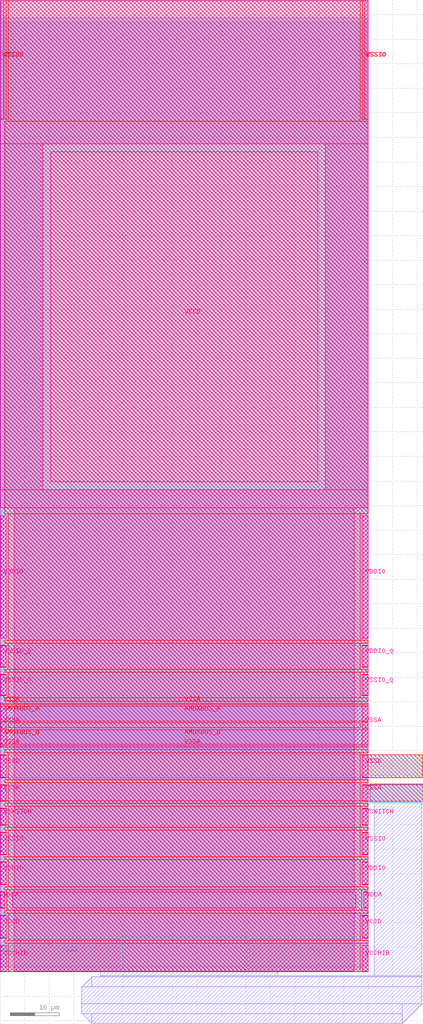
<source format=lef>
VERSION 5.7 ;
  NOWIREEXTENSIONATPIN ON ;
  DIVIDERCHAR "/" ;
  BUSBITCHARS "[]" ;
MACRO sky130_ef_io__vccd_lvc_clamped2_pad
  CLASS PAD POWER ;
  FOREIGN sky130_ef_io__vccd_lvc_clamped2_pad ;
  ORIGIN 0.000 0.000 ;
  SIZE 75.000 BY 197.965 ;
  PIN AMUXBUS_A
    DIRECTION INOUT ;
    USE SIGNAL ;
    PORT
      LAYER met4 ;
        RECT 0.000 51.090 75.000 54.070 ;
    END
    PORT
      LAYER met4 ;
        RECT 0.000 51.090 1.270 54.070 ;
    END
  END AMUXBUS_A
  PIN AMUXBUS_B
    DIRECTION INOUT ;
    USE SIGNAL ;
    PORT
      LAYER met4 ;
        RECT 0.000 46.330 75.000 49.310 ;
    END
    PORT
      LAYER met4 ;
        RECT 0.000 46.330 1.270 49.310 ;
    END
  END AMUXBUS_B
  PIN VSSA
    DIRECTION INOUT ;
    USE GROUND ;
    PORT
      LAYER met5 ;
        RECT 73.730 45.700 75.000 54.700 ;
    END
    PORT
      LAYER met5 ;
        RECT 73.730 34.805 75.000 38.050 ;
    END
    PORT
      LAYER met5 ;
        RECT 0.000 45.700 1.270 54.700 ;
    END
    PORT
      LAYER met5 ;
        RECT 0.000 34.805 1.270 38.050 ;
    END
    PORT
      LAYER met4 ;
        RECT 73.730 49.610 75.000 50.790 ;
    END
    PORT
      LAYER met4 ;
        RECT 0.000 54.370 75.000 54.700 ;
    END
    PORT
      LAYER met4 ;
        RECT 0.000 45.700 75.000 46.030 ;
    END
    PORT
      LAYER met4 ;
        RECT 73.730 34.700 75.000 38.150 ;
    END
    PORT
      LAYER met4 ;
        RECT 0.000 45.700 1.270 46.030 ;
    END
    PORT
      LAYER met4 ;
        RECT 0.000 49.610 1.270 50.790 ;
    END
    PORT
      LAYER met4 ;
        RECT 0.000 54.370 1.270 54.700 ;
    END
    PORT
      LAYER met4 ;
        RECT 0.000 34.700 1.270 38.150 ;
    END
  END VSSA
  PIN VDDA
    DIRECTION INOUT ;
    USE POWER ;
    PORT
      LAYER met5 ;
        RECT 74.035 13.000 75.000 16.250 ;
    END
    PORT
      LAYER met5 ;
        RECT 0.000 13.000 0.965 16.250 ;
    END
    PORT
      LAYER met4 ;
        RECT 74.035 12.900 75.000 16.350 ;
    END
    PORT
      LAYER met4 ;
        RECT 0.000 12.900 0.965 16.350 ;
    END
  END VDDA
  PIN VSWITCH
    DIRECTION INOUT ;
    USE POWER ;
    PORT
      LAYER met5 ;
        RECT 73.730 29.950 75.000 33.200 ;
    END
    PORT
      LAYER met5 ;
        RECT 0.000 29.950 1.270 33.200 ;
    END
    PORT
      LAYER met4 ;
        RECT 73.730 29.850 75.000 33.300 ;
    END
    PORT
      LAYER met4 ;
        RECT 0.000 29.850 1.270 33.300 ;
    END
  END VSWITCH
  PIN VDDIO_Q
    DIRECTION INOUT ;
    USE POWER ;
    PORT
      LAYER met5 ;
        RECT 73.730 62.150 75.000 66.400 ;
    END
    PORT
      LAYER met5 ;
        RECT 0.000 62.150 1.270 66.400 ;
    END
    PORT
      LAYER met4 ;
        RECT 73.730 62.050 75.000 66.500 ;
    END
    PORT
      LAYER met4 ;
        RECT 0.000 62.050 1.270 66.500 ;
    END
  END VDDIO_Q
  PIN VCCHIB
    DIRECTION INOUT ;
    USE POWER ;
    PORT
      LAYER met5 ;
        RECT 73.730 0.100 75.000 5.350 ;
    END
    PORT
      LAYER met5 ;
        RECT 0.000 0.100 1.270 5.350 ;
    END
    PORT
      LAYER met4 ;
        RECT 73.730 0.000 75.000 5.450 ;
    END
    PORT
      LAYER met4 ;
        RECT 0.000 0.000 1.270 5.450 ;
    END
  END VCCHIB
  PIN VDDIO
    DIRECTION INOUT ;
    USE POWER ;
    PORT
      LAYER met5 ;
        RECT 73.730 68.000 75.000 92.950 ;
    END
    PORT
      LAYER met5 ;
        RECT 73.730 17.850 75.000 22.300 ;
    END
    PORT
      LAYER met5 ;
        RECT 0.000 68.000 1.270 92.950 ;
    END
    PORT
      LAYER met5 ;
        RECT 0.000 17.850 1.270 22.300 ;
    END
    PORT
      LAYER met4 ;
        RECT 73.730 17.750 75.000 22.400 ;
    END
    PORT
      LAYER met4 ;
        RECT 73.730 68.000 75.000 92.965 ;
    END
    PORT
      LAYER met4 ;
        RECT 0.000 17.750 1.270 22.400 ;
    END
    PORT
      LAYER met4 ;
        RECT 0.000 68.000 1.270 92.965 ;
    END
  END VDDIO
  PIN VCCD
    DIRECTION INOUT ;
    USE POWER ;
    PORT
      LAYER met5 ;
        RECT 10.270 99.865 64.670 167.130 ;
    END
    PORT
      LAYER met3 ;
        RECT 50.755 -0.035 74.700 6.865 ;
    END
    PORT
      LAYER met3 ;
        RECT 0.500 -0.035 24.500 6.865 ;
    END
    PORT
      LAYER met5 ;
        RECT 73.730 6.950 75.000 11.400 ;
    END
    PORT
      LAYER met5 ;
        RECT 0.000 6.950 1.270 11.400 ;
    END
    PORT
      LAYER met4 ;
        RECT 73.730 6.850 75.000 11.500 ;
    END
    PORT
      LAYER met4 ;
        RECT 0.000 6.850 1.270 11.500 ;
    END
  END VCCD
  PIN VSSIO
    DIRECTION INOUT ;
    USE GROUND ;
    PORT
      LAYER met4 ;
        RECT 74.225 173.750 75.000 197.965 ;
    END
    PORT
      LAYER met4 ;
        RECT 0.000 173.750 0.705 197.965 ;
    END
    PORT
      LAYER met5 ;
        RECT 73.730 23.900 75.000 28.350 ;
    END
    PORT
      LAYER met5 ;
        RECT 0.000 23.900 1.270 28.350 ;
    END
    PORT
      LAYER met4 ;
        RECT 73.730 23.800 75.000 28.450 ;
    END
    PORT
      LAYER met4 ;
        RECT 73.730 173.750 75.000 197.965 ;
    END
    PORT
      LAYER met4 ;
        RECT 0.000 173.750 1.270 197.965 ;
    END
    PORT
      LAYER met4 ;
        RECT 0.000 23.800 1.270 28.450 ;
    END
  END VSSIO
  PIN VSSD
    DIRECTION INOUT ;
    USE GROUND ;
    PORT
      LAYER met5 ;
        RECT 73.730 39.650 75.000 44.100 ;
    END
    PORT
      LAYER met5 ;
        RECT 0.000 39.650 1.270 44.100 ;
    END
    PORT
      LAYER met4 ;
        RECT 73.730 39.550 75.000 44.200 ;
    END
    PORT
      LAYER met4 ;
        RECT 0.000 39.550 1.270 44.200 ;
    END
  END VSSD
  PIN VSSIO_Q
    DIRECTION INOUT ;
    USE GROUND ;
    PORT
      LAYER met5 ;
        RECT 73.730 56.300 75.000 60.550 ;
    END
    PORT
      LAYER met5 ;
        RECT 0.000 56.300 1.270 60.550 ;
    END
    PORT
      LAYER met4 ;
        RECT 73.730 56.200 75.000 60.650 ;
    END
    PORT
      LAYER met4 ;
        RECT 0.000 56.200 1.270 60.650 ;
    END
  END VSSIO_Q
  OBS
      LAYER li1 ;
        RECT 0.240 0.985 74.755 197.745 ;
      LAYER met1 ;
        RECT 0.120 0.000 75.000 197.805 ;
        RECT 75.245 34.455 86.195 38.325 ;
        RECT 16.655 -0.035 56.565 0.000 ;
        RECT 20.495 -0.815 56.565 -0.035 ;
        RECT 76.200 -0.815 85.935 34.455 ;
        RECT 20.495 -1.015 85.935 -0.815 ;
        POLYGON 18.655 -1.015 18.655 -3.015 16.655 -3.015 ;
        RECT 18.655 -3.015 85.935 -1.015 ;
        RECT 16.655 -6.535 85.935 -3.015 ;
        RECT 16.655 -8.535 81.935 -6.535 ;
        POLYGON 16.655 -8.535 18.655 -8.535 18.655 -10.535 ;
        RECT 18.655 -10.535 81.935 -8.535 ;
        POLYGON 81.935 -6.535 85.935 -6.535 81.935 -10.535 ;
      LAYER met2 ;
        RECT 0.490 44.200 75.000 194.395 ;
        RECT 0.490 39.550 86.140 44.200 ;
        RECT 0.490 0.000 75.000 39.550 ;
        RECT 75.245 34.455 86.195 38.325 ;
        RECT 0.500 -0.035 20.495 0.000 ;
        RECT 20.925 -0.035 53.535 0.000 ;
        RECT 54.095 -0.035 74.700 0.000 ;
      LAYER met3 ;
        RECT 0.490 7.265 75.000 193.570 ;
        RECT 75.605 39.550 86.140 44.200 ;
        RECT 75.440 34.695 86.140 38.160 ;
        RECT 24.900 0.000 50.355 7.265 ;
        RECT 26.000 -0.035 36.880 0.000 ;
        RECT 38.380 -0.035 49.255 0.000 ;
      LAYER met4 ;
        RECT 1.670 173.350 73.330 197.965 ;
        RECT 0.965 93.365 75.000 173.350 ;
        RECT 1.670 67.600 73.330 93.365 ;
        RECT 0.965 66.900 75.000 67.600 ;
        RECT 1.670 61.650 73.330 66.900 ;
        RECT 0.965 61.050 75.000 61.650 ;
        RECT 1.670 55.800 73.330 61.050 ;
        RECT 0.965 55.100 75.000 55.800 ;
        RECT 1.670 49.710 73.330 50.690 ;
        RECT 0.965 44.600 75.000 45.300 ;
        RECT 1.670 39.150 73.330 44.600 ;
        RECT 75.000 39.550 86.140 44.200 ;
        RECT 0.965 38.550 75.000 39.150 ;
        RECT 1.670 34.300 73.330 38.550 ;
        RECT 75.000 34.700 86.165 38.150 ;
        RECT 0.965 33.700 75.000 34.300 ;
        RECT 1.670 29.450 73.330 33.700 ;
        RECT 0.965 28.850 75.000 29.450 ;
        RECT 1.670 23.400 73.330 28.850 ;
        RECT 0.965 22.800 75.000 23.400 ;
        RECT 1.670 17.350 73.330 22.800 ;
        RECT 0.965 16.750 75.000 17.350 ;
        RECT 1.365 12.500 73.635 16.750 ;
        RECT 0.965 11.900 75.000 12.500 ;
        RECT 1.670 6.450 73.330 11.900 ;
        RECT 0.965 5.850 75.000 6.450 ;
        RECT 1.670 0.000 73.330 5.850 ;
      LAYER met5 ;
        RECT 0.000 168.730 75.000 197.965 ;
        RECT 0.000 98.265 8.670 168.730 ;
        RECT 66.270 98.265 75.000 168.730 ;
        RECT 0.000 94.550 75.000 98.265 ;
        RECT 2.870 34.805 72.130 94.550 ;
        RECT 0.000 34.800 75.000 34.805 ;
        RECT 2.870 16.250 72.130 34.800 ;
        RECT 2.565 13.000 72.435 16.250 ;
        RECT 2.870 0.100 72.130 13.000 ;
  END
END sky130_ef_io__vccd_lvc_clamped2_pad
END LIBRARY


</source>
